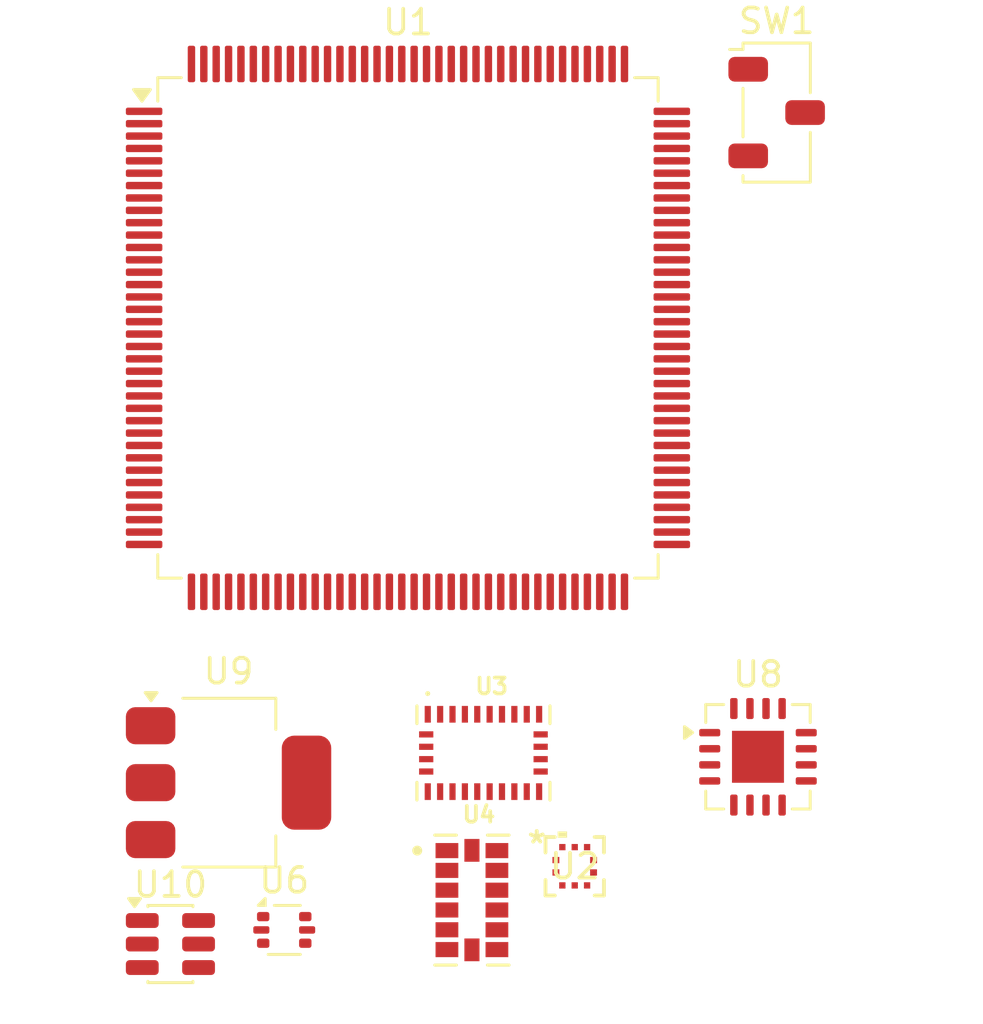
<source format=kicad_pcb>
(kicad_pcb (version 20241229) (generator "pcbnew") (generator_version "9.0")
  (layers (0 "F.Cu" signal) (2 "B.Cu" signal) (13 "F.Paste" user) (15 "B.Paste" user) (5 "F.SilkS" user "F.Silkscreen") (7 "B.SilkS" user "B.Silkscreen") (1 "F.Mask" user) (3 "B.Mask" user) (25 "Edge.Cuts" user))
  (net 0 "")
  (net 2 "VCC")
  (net 3 "/MCU/BOOT0")
  (net 4 "+3V3")
  (net 15 "/MCU/VFBSMPS")
  (net 17 "GND")
  (net 19 "/MCU/BMP.INT")
  (net 35 "Net-(U1A-VREF+)")
  (net 47 "/MCU/RESET")
  (net 48 "/MCU/BMP.SCK")
  (net 56 "/MCU/VLX")
  (net 72 "/MCU/USART1_TX")
  (net 78 "+3.3VA")
  (net 84 "/MCU/USART1_RX")
  (net 93 "/MCU/BMP.SDA")
  (net 159 "/Power/USB_DN")
  (net 160 "/Power/FTDI_USB_DN")
  (net 161 "/Power/FTDI_USB_DP")
  (net 162 "/Power/P_VBUS")
  (net 163 "/Power/USB_DP")
  (net 164 "/USB to UART/VCCIO")
  (net 165 "+5V")
  (net 172 "/Power/USB_3V3")
  (footprint "bmp581:QFN10_BMP581_BOS" (layer "F.Cu") (at 152.6443 103.398001)
    (property "Reference" "U2" (at 0 0 0) (layer "F.SilkS"))
    (property "Value" "BMP581")
    (fp_line (start -1.1811 -1.1811) (end -1.1811 -0.555042) (stroke (width 0.1524)) (layer "F.SilkS"))
    (fp_line (start -1.1811 0.555042) (end -1.1811 1.1811) (stroke (width 0.1524)) (layer "F.SilkS"))
    (fp_line (start -1.1811 1.1811) (end -0.805041 1.1811) (stroke (width 0.1524)) (layer "F.SilkS"))
    (fp_line (start -0.805041 -1.1811) (end -1.1811 -1.1811) (stroke (width 0.1524)) (layer "F.SilkS"))
    (fp_line (start 0.805041 1.1811) (end 1.1811 1.1811) (stroke (width 0.1524)) (layer "F.SilkS"))
    (fp_line (start 1.1811 -1.1811) (end 0.805041 -1.1811) (stroke (width 0.1524)) (layer "F.SilkS"))
    (fp_line (start 1.1811 -0.555042) (end 1.1811 -1.1811) (stroke (width 0.1524)) (layer "F.SilkS"))
    (fp_line (start 1.1811 1.1811) (end 1.1811 0.555042) (stroke (width 0.1524)) (layer "F.SilkS"))
    (fp_poly (pts (xy -0.690499 -1.154001) (xy -0.690499 -1.408001) (xy -0.309499 -1.408001) (xy -0.309499 -1.154001)) (fill yes) (layer "F.SilkS"))
    (fp_text user "*" (at -1.535 -0.881 0) (layer "F.SilkS"))
    (fp_text user "*" (at -1.535 -0.881 0) (layer "F.SilkS"))
    (pad "1" smd rect (at -0.760301 -0.25 90) (size 0.254 0.2794) (layers "F.Cu" "F.Mask" "F.Paste"))
    (pad "2" smd rect (at -0.760301 0.25 90) (size 0.254 0.2794) (layers "F.Cu" "F.Mask" "F.Paste"))
    (pad "3" smd rect (at -0.499999 0.773001) (size 0.254 0.254) (layers "F.Cu" "F.Mask" "F.Paste"))
    (pad "4" smd rect (at 0 0.773001) (size 0.254 0.254) (layers "F.Cu" "F.Mask" "F.Paste"))
    (pad "5" smd rect (at 0.499999 0.773001) (size 0.254 0.254) (layers "F.Cu" "F.Mask" "F.Paste"))
    (pad "6" smd rect (at 0.760301 0.25 90) (size 0.254 0.2794) (layers "F.Cu" "F.Mask" "F.Paste"))
    (pad "7" smd rect (at 0.760301 -0.25 90) (size 0.254 0.2794) (layers "F.Cu" "F.Mask" "F.Paste"))
    (pad "8" smd rect (at 0.499999 -0.773001) (size 0.254 0.254) (layers "F.Cu" "F.Mask" "F.Paste"))
    (pad "9" smd rect (at 0 -0.773001) (size 0.254 0.254) (layers "F.Cu" "F.Mask" "F.Paste"))
    (pad "10" smd rect (at -0.499999 -0.773001) (size 0.254 0.254) (layers "F.Cu" "F.Mask" "F.Paste"))
  )
  (footprint "Package_QFP:LQFP-144_20x20mm_P0.5mm" (layer "F.Cu") (at 145.905 81.645)
    (property "Reference" "U1" (at 0 -12.35 0) (layer "F.SilkS"))
    (property "Value" "STM32H755ZIT6")
    (fp_line (start -10.11 -10.11) (end -9.16 -10.11) (stroke (width 0.12)) (layer "F.SilkS"))
    (fp_line (start -10.11 -9.16) (end -10.11 -10.11) (stroke (width 0.12)) (layer "F.SilkS"))
    (fp_line (start -10.11 10.11) (end -10.11 9.16) (stroke (width 0.12)) (layer "F.SilkS"))
    (fp_line (start -9.16 10.11) (end -10.11 10.11) (stroke (width 0.12)) (layer "F.SilkS"))
    (fp_line (start 9.16 -10.11) (end 10.11 -10.11) (stroke (width 0.12)) (layer "F.SilkS"))
    (fp_line (start 10.11 -10.11) (end 10.11 -9.16) (stroke (width 0.12)) (layer "F.SilkS"))
    (fp_line (start 10.11 9.16) (end 10.11 10.11) (stroke (width 0.12)) (layer "F.SilkS"))
    (fp_line (start 10.11 10.11) (end 9.16 10.11) (stroke (width 0.12)) (layer "F.SilkS"))
    (fp_poly (pts (xy -10.75 -9.16) (xy -11.09 -9.63) (xy -10.41 -9.63)) (stroke (width 0.12)) (fill yes) (layer "F.SilkS"))
    (pad "1" smd roundrect (at -10.6625 -8.75) (size 1.475 0.3) (layers "F.Cu" "F.Mask" "F.Paste"))
    (pad "2" smd roundrect (at -10.6625 -8.25) (size 1.475 0.3) (layers "F.Cu" "F.Mask" "F.Paste"))
    (pad "3" smd roundrect (at -10.6625 -7.75) (size 1.475 0.3) (layers "F.Cu" "F.Mask" "F.Paste"))
    (pad "4" smd roundrect (at -10.6625 -7.25) (size 1.475 0.3) (layers "F.Cu" "F.Mask" "F.Paste"))
    (pad "5" smd roundrect (at -10.6625 -6.75) (size 1.475 0.3) (layers "F.Cu" "F.Mask" "F.Paste"))
    (pad "6" smd roundrect (at -10.6625 -6.25) (size 1.475 0.3) (layers "F.Cu" "F.Mask" "F.Paste") (net 17 "GND"))
    (pad "7" smd roundrect (at -10.6625 -5.75) (size 1.475 0.3) (layers "F.Cu" "F.Mask" "F.Paste") (net 4 "+3V3"))
    (pad "8" smd roundrect (at -10.6625 -5.25) (size 1.475 0.3) (layers "F.Cu" "F.Mask" "F.Paste") (net 4 "+3V3"))
    (pad "9" smd roundrect (at -10.6625 -4.75) (size 1.475 0.3) (layers "F.Cu" "F.Mask" "F.Paste"))
    (pad "10" smd roundrect (at -10.6625 -4.25) (size 1.475 0.3) (layers "F.Cu" "F.Mask" "F.Paste"))
    (pad "11" smd roundrect (at -10.6625 -3.75) (size 1.475 0.3) (layers "F.Cu" "F.Mask" "F.Paste"))
    (pad "12" smd roundrect (at -10.6625 -3.25) (size 1.475 0.3) (layers "F.Cu" "F.Mask" "F.Paste") (net 17 "GND"))
    (pad "13" smd roundrect (at -10.6625 -2.75) (size 1.475 0.3) (layers "F.Cu" "F.Mask" "F.Paste") (net 4 "+3V3"))
    (pad "14" smd roundrect (at -10.6625 -2.25) (size 1.475 0.3) (layers "F.Cu" "F.Mask" "F.Paste") (net 17 "GND"))
    (pad "15" smd roundrect (at -10.6625 -1.75) (size 1.475 0.3) (layers "F.Cu" "F.Mask" "F.Paste") (net 56 "/MCU/VLX"))
    (pad "16" smd roundrect (at -10.6625 -1.25) (size 1.475 0.3) (layers "F.Cu" "F.Mask" "F.Paste") (net 4 "+3V3"))
    (pad "17" smd roundrect (at -10.6625 -0.75) (size 1.475 0.3) (layers "F.Cu" "F.Mask" "F.Paste") (net 15 "/MCU/VFBSMPS"))
    (pad "18" smd roundrect (at -10.6625 -0.25) (size 1.475 0.3) (layers "F.Cu" "F.Mask" "F.Paste") (net 17 "GND"))
    (pad "19" smd roundrect (at -10.6625 0.25) (size 1.475 0.3) (layers "F.Cu" "F.Mask" "F.Paste") (net 4 "+3V3"))
    (pad "20" smd roundrect (at -10.6625 0.75) (size 1.475 0.3) (layers "F.Cu" "F.Mask" "F.Paste"))
    (pad "21" smd roundrect (at -10.6625 1.25) (size 1.475 0.3) (layers "F.Cu" "F.Mask" "F.Paste"))
    (pad "22" smd roundrect (at -10.6625 1.75) (size 1.475 0.3) (layers "F.Cu" "F.Mask" "F.Paste"))
    (pad "23" smd roundrect (at -10.6625 2.25) (size 1.475 0.3) (layers "F.Cu" "F.Mask" "F.Paste"))
    (pad "24" smd roundrect (at -10.6625 2.75) (size 1.475 0.3) (layers "F.Cu" "F.Mask" "F.Paste"))
    (pad "25" smd roundrect (at -10.6625 3.25) (size 1.475 0.3) (layers "F.Cu" "F.Mask" "F.Paste"))
    (pad "26" smd roundrect (at -10.6625 3.75) (size 1.475 0.3) (layers "F.Cu" "F.Mask" "F.Paste"))
    (pad "27" smd roundrect (at -10.6625 4.25) (size 1.475 0.3) (layers "F.Cu" "F.Mask" "F.Paste") (net 47 "/MCU/RESET"))
    (pad "28" smd roundrect (at -10.6625 4.75) (size 1.475 0.3) (layers "F.Cu" "F.Mask" "F.Paste"))
    (pad "29" smd roundrect (at -10.6625 5.25) (size 1.475 0.3) (layers "F.Cu" "F.Mask" "F.Paste"))
    (pad "30" smd roundrect (at -10.6625 5.75) (size 1.475 0.3) (layers "F.Cu" "F.Mask" "F.Paste"))
    (pad "31" smd roundrect (at -10.6625 6.25) (size 1.475 0.3) (layers "F.Cu" "F.Mask" "F.Paste"))
    (pad "32" smd roundrect (at -10.6625 6.75) (size 1.475 0.3) (layers "F.Cu" "F.Mask" "F.Paste") (net 4 "+3V3"))
    (pad "33" smd roundrect (at -10.6625 7.25) (size 1.475 0.3) (layers "F.Cu" "F.Mask" "F.Paste") (net 17 "GND"))
    (pad "34" smd roundrect (at -10.6625 7.75) (size 1.475 0.3) (layers "F.Cu" "F.Mask" "F.Paste") (net 17 "GND"))
    (pad "35" smd roundrect (at -10.6625 8.25) (size 1.475 0.3) (layers "F.Cu" "F.Mask" "F.Paste") (net 35 "Net-(U1A-VREF+)"))
    (pad "36" smd roundrect (at -10.6625 8.75) (size 1.475 0.3) (layers "F.Cu" "F.Mask" "F.Paste") (net 78 "+3.3VA"))
    (pad "37" smd roundrect (at -8.75 10.6625) (size 0.3 1.475) (layers "F.Cu" "F.Mask" "F.Paste"))
    (pad "38" smd roundrect (at -8.25 10.6625) (size 0.3 1.475) (layers "F.Cu" "F.Mask" "F.Paste"))
    (pad "39" smd roundrect (at -7.75 10.6625) (size 0.3 1.475) (layers "F.Cu" "F.Mask" "F.Paste"))
    (pad "40" smd roundrect (at -7.25 10.6625) (size 0.3 1.475) (layers "F.Cu" "F.Mask" "F.Paste"))
    (pad "41" smd roundrect (at -6.75 10.6625) (size 0.3 1.475) (layers "F.Cu" "F.Mask" "F.Paste") (net 17 "GND"))
    (pad "42" smd roundrect (at -6.25 10.6625) (size 0.3 1.475) (layers "F.Cu" "F.Mask" "F.Paste") (net 4 "+3V3"))
    (pad "43" smd roundrect (at -5.75 10.6625) (size 0.3 1.475) (layers "F.Cu" "F.Mask" "F.Paste"))
    (pad "44" smd roundrect (at -5.25 10.6625) (size 0.3 1.475) (layers "F.Cu" "F.Mask" "F.Paste"))
    (pad "45" smd roundrect (at -4.75 10.6625) (size 0.3 1.475) (layers "F.Cu" "F.Mask" "F.Paste"))
    (pad "46" smd roundrect (at -4.25 10.6625) (size 0.3 1.475) (layers "F.Cu" "F.Mask" "F.Paste"))
    (pad "47" smd roundrect (at -3.75 10.6625) (size 0.3 1.475) (layers "F.Cu" "F.Mask" "F.Paste"))
    (pad "48" smd roundrect (at -3.25 10.6625) (size 0.3 1.475) (layers "F.Cu" "F.Mask" "F.Paste"))
    (pad "49" smd roundrect (at -2.75 10.6625) (size 0.3 1.475) (layers "F.Cu" "F.Mask" "F.Paste"))
    (pad "50" smd roundrect (at -2.25 10.6625) (size 0.3 1.475) (layers "F.Cu" "F.Mask" "F.Paste"))
    (pad "51" smd roundrect (at -1.75 10.6625) (size 0.3 1.475) (layers "F.Cu" "F.Mask" "F.Paste"))
    (pad "52" smd roundrect (at -1.25 10.6625) (size 0.3 1.475) (layers "F.Cu" "F.Mask" "F.Paste") (net 19 "/MCU/BMP.INT"))
    (pad "53" smd roundrect (at -0.75 10.6625) (size 0.3 1.475) (layers "F.Cu" "F.Mask" "F.Paste") (net 48 "/MCU/BMP.SCK"))
    (pad "54" smd roundrect (at -0.25 10.6625) (size 0.3 1.475) (layers "F.Cu" "F.Mask" "F.Paste") (net 93 "/MCU/BMP.SDA"))
    (pad "55" smd roundrect (at 0.25 10.6625) (size 0.3 1.475) (layers "F.Cu" "F.Mask" "F.Paste") (net 17 "GND"))
    (pad "56" smd roundrect (at 0.75 10.6625) (size 0.3 1.475) (layers "F.Cu" "F.Mask" "F.Paste") (net 4 "+3V3"))
    (pad "57" smd roundrect (at 1.25 10.6625) (size 0.3 1.475) (layers "F.Cu" "F.Mask" "F.Paste"))
    (pad "58" smd roundrect (at 1.75 10.6625) (size 0.3 1.475) (layers "F.Cu" "F.Mask" "F.Paste"))
    (pad "59" smd roundrect (at 2.25 10.6625) (size 0.3 1.475) (layers "F.Cu" "F.Mask" "F.Paste"))
    (pad "60" smd roundrect (at 2.75 10.6625) (size 0.3 1.475) (layers "F.Cu" "F.Mask" "F.Paste"))
    (pad "61" smd roundrect (at 3.25 10.6625) (size 0.3 1.475) (layers "F.Cu" "F.Mask" "F.Paste"))
    (pad "62" smd roundrect (at 3.75 10.6625) (size 0.3 1.475) (layers "F.Cu" "F.Mask" "F.Paste"))
    (pad "63" smd roundrect (at 4.25 10.6625) (size 0.3 1.475) (layers "F.Cu" "F.Mask" "F.Paste"))
    (pad "64" smd roundrect (at 4.75 10.6625) (size 0.3 1.475) (layers "F.Cu" "F.Mask" "F.Paste"))
    (pad "65" smd roundrect (at 5.25 10.6625) (size 0.3 1.475) (layers "F.Cu" "F.Mask" "F.Paste"))
    (pad "66" smd roundrect (at 5.75 10.6625) (size 0.3 1.475) (layers "F.Cu" "F.Mask" "F.Paste"))
    (pad "67" smd roundrect (at 6.25 10.6625) (size 0.3 1.475) (layers "F.Cu" "F.Mask" "F.Paste"))
    (pad "68" smd roundrect (at 6.75 10.6625) (size 0.3 1.475) (layers "F.Cu" "F.Mask" "F.Paste") (net 15 "/MCU/VFBSMPS"))
    (pad "69" smd roundrect (at 7.25 10.6625) (size 0.3 1.475) (layers "F.Cu" "F.Mask" "F.Paste") (net 17 "GND"))
    (pad "70" smd roundrect (at 7.75 10.6625) (size 0.3 1.475) (layers "F.Cu" "F.Mask" "F.Paste") (net 4 "+3V3"))
    (pad "71" smd roundrect (at 8.25 10.6625) (size 0.3 1.475) (layers "F.Cu" "F.Mask" "F.Paste") (net 4 "+3V3"))
    (pad "72" smd roundrect (at 8.75 10.6625) (size 0.3 1.475) (layers "F.Cu" "F.Mask" "F.Paste"))
    (pad "73" smd roundrect (at 10.6625 8.75) (size 1.475 0.3) (layers "F.Cu" "F.Mask" "F.Paste"))
    (pad "74" smd roundrect (at 10.6625 8.25) (size 1.475 0.3) (layers "F.Cu" "F.Mask" "F.Paste"))
    (pad "75" smd roundrect (at 10.6625 7.75) (size 1.475 0.3) (layers "F.Cu" "F.Mask" "F.Paste"))
    (pad "76" smd roundrect (at 10.6625 7.25) (size 1.475 0.3) (layers "F.Cu" "F.Mask" "F.Paste"))
    (pad "77" smd roundrect (at 10.6625 6.75) (size 1.475 0.3) (layers "F.Cu" "F.Mask" "F.Paste"))
    (pad "78" smd roundrect (at 10.6625 6.25) (size 1.475 0.3) (layers "F.Cu" "F.Mask" "F.Paste"))
    (pad "79" smd roundrect (at 10.6625 5.75) (size 1.475 0.3) (layers "F.Cu" "F.Mask" "F.Paste") (net 4 "+3V3"))
    (pad "80" smd roundrect (at 10.6625 5.25) (size 1.475 0.3) (layers "F.Cu" "F.Mask" "F.Paste") (net 17 "GND"))
    (pad "81" smd roundrect (at 10.6625 4.75) (size 1.475 0.3) (layers "F.Cu" "F.Mask" "F.Paste"))
    (pad "82" smd roundrect (at 10.6625 4.25) (size 1.475 0.3) (layers "F.Cu" "F.Mask" "F.Paste"))
    (pad "83" smd roundrect (at 10.6625 3.75) (size 1.475 0.3) (layers "F.Cu" "F.Mask" "F.Paste"))
    (pad "84" smd roundrect (at 10.6625 3.25) (size 1.475 0.3) (layers "F.Cu" "F.Mask" "F.Paste"))
    (pad "85" smd roundrect (at 10.6625 2.75) (size 1.475 0.3) (layers "F.Cu" "F.Mask" "F.Paste"))
    (pad "86" smd roundrect (at 10.6625 2.25) (size 1.475 0.3) (layers "F.Cu" "F.Mask" "F.Paste"))
    (pad "87" smd roundrect (at 10.6625 1.75) (size 1.475 0.3) (layers "F.Cu" "F.Mask" "F.Paste"))
    (pad "88" smd roundrect (at 10.6625 1.25) (size 1.475 0.3) (layers "F.Cu" "F.Mask" "F.Paste"))
    (pad "89" smd roundrect (at 10.6625 0.75) (size 1.475 0.3) (layers "F.Cu" "F.Mask" "F.Paste") (net 17 "GND"))
    (pad "90" smd roundrect (at 10.6625 0.25) (size 1.475 0.3) (layers "F.Cu" "F.Mask" "F.Paste") (net 4 "+3V3"))
    (pad "91" smd roundrect (at 10.6625 -0.25) (size 1.475 0.3) (layers "F.Cu" "F.Mask" "F.Paste") (net 4 "+3V3"))
    (pad "92" smd roundrect (at 10.6625 -0.75) (size 1.475 0.3) (layers "F.Cu" "F.Mask" "F.Paste") (net 4 "+3V3"))
    (pad "93" smd roundrect (at 10.6625 -1.25) (size 1.475 0.3) (layers "F.Cu" "F.Mask" "F.Paste"))
    (pad "94" smd roundrect (at 10.6625 -1.75) (size 1.475 0.3) (layers "F.Cu" "F.Mask" "F.Paste"))
    (pad "95" smd roundrect (at 10.6625 -2.25) (size 1.475 0.3) (layers "F.Cu" "F.Mask" "F.Paste"))
    (pad "96" smd roundrect (at 10.6625 -2.75) (size 1.475 0.3) (layers "F.Cu" "F.Mask" "F.Paste"))
    (pad "97" smd roundrect (at 10.6625 -3.25) (size 1.475 0.3) (layers "F.Cu" "F.Mask" "F.Paste"))
    (pad "98" smd roundrect (at 10.6625 -3.75) (size 1.475 0.3) (layers "F.Cu" "F.Mask" "F.Paste") (net 72 "/MCU/USART1_TX"))
    (pad "99" smd roundrect (at 10.6625 -4.25) (size 1.475 0.3) (layers "F.Cu" "F.Mask" "F.Paste") (net 84 "/MCU/USART1_RX"))
    (pad "100" smd roundrect (at 10.6625 -4.75) (size 1.475 0.3) (layers "F.Cu" "F.Mask" "F.Paste"))
    (pad "101" smd roundrect (at 10.6625 -5.25) (size 1.475 0.3) (layers "F.Cu" "F.Mask" "F.Paste"))
    (pad "102" smd roundrect (at 10.6625 -5.75) (size 1.475 0.3) (layers "F.Cu" "F.Mask" "F.Paste"))
    (pad "103" smd roundrect (at 10.6625 -6.25) (size 1.475 0.3) (layers "F.Cu" "F.Mask" "F.Paste") (net 15 "/MCU/VFBSMPS"))
    (pad "104" smd roundrect (at 10.6625 -6.75) (size 1.475 0.3) (layers "F.Cu" "F.Mask" "F.Paste") (net 17 "GND"))
    (pad "105" smd roundrect (at 10.6625 -7.25) (size 1.475 0.3) (layers "F.Cu" "F.Mask" "F.Paste") (net 4 "+3V3"))
    (pad "106" smd roundrect (at 10.6625 -7.75) (size 1.475 0.3) (layers "F.Cu" "F.Mask" "F.Paste") (net 4 "+3V3"))
    (pad "107" smd roundrect (at 10.6625 -8.25) (size 1.475 0.3) (layers "F.Cu" "F.Mask" "F.Paste"))
    (pad "108" smd roundrect (at 10.6625 -8.75) (size 1.475 0.3) (layers "F.Cu" "F.Mask" "F.Paste"))
    (pad "109" smd roundrect (at 8.75 -10.6625) (size 0.3 1.475) (layers "F.Cu" "F.Mask" "F.Paste"))
    (pad "110" smd roundrect (at 8.25 -10.6625) (size 0.3 1.475) (layers "F.Cu" "F.Mask" "F.Paste"))
    (pad "111" smd roundrect (at 7.75 -10.6625) (size 0.3 1.475) (layers "F.Cu" "F.Mask" "F.Paste"))
    (pad "112" smd roundrect (at 7.25 -10.6625) (size 0.3 1.475) (layers "F.Cu" "F.Mask" "F.Paste"))
    (pad "113" smd roundrect (at 6.75 -10.6625) (size 0.3 1.475) (layers "F.Cu" "F.Mask" "F.Paste"))
    (pad "114" smd roundrect (at 6.25 -10.6625) (size 0.3 1.475) (layers "F.Cu" "F.Mask" "F.Paste"))
    (pad "115" smd roundrect (at 5.75 -10.6625) (size 0.3 1.475) (layers "F.Cu" "F.Mask" "F.Paste"))
    (pad "116" smd roundrect (at 5.25 -10.6625) (size 0.3 1.475) (layers "F.Cu" "F.Mask" "F.Paste"))
    (pad "117" smd roundrect (at 4.75 -10.6625) (size 0.3 1.475) (layers "F.Cu" "F.Mask" "F.Paste"))
    (pad "118" smd roundrect (at 4.25 -10.6625) (size 0.3 1.475) (layers "F.Cu" "F.Mask" "F.Paste") (net 17 "GND"))
    (pad "119" smd roundrect (at 3.75 -10.6625) (size 0.3 1.475) (layers "F.Cu" "F.Mask" "F.Paste") (net 4 "+3V3"))
    (pad "120" smd roundrect (at 3.25 -10.6625) (size 0.3 1.475) (layers "F.Cu" "F.Mask" "F.Paste"))
    (pad "121" smd roundrect (at 2.75 -10.6625) (size 0.3 1.475) (layers "F.Cu" "F.Mask" "F.Paste"))
    (pad "122" smd roundrect (at 2.25 -10.6625) (size 0.3 1.475) (layers "F.Cu" "F.Mask" "F.Paste"))
    (pad "123" smd roundrect (at 1.75 -10.6625) (size 0.3 1.475) (layers "F.Cu" "F.Mask" "F.Paste"))
    (pad "124" smd roundrect (at 1.25 -10.6625) (size 0.3 1.475) (layers "F.Cu" "F.Mask" "F.Paste"))
    (pad "125" smd roundrect (at 0.75 -10.6625) (size 0.3 1.475) (layers "F.Cu" "F.Mask" "F.Paste"))
    (pad "126" smd roundrect (at 0.25 -10.6625) (size 0.3 1.475) (layers "F.Cu" "F.Mask" "F.Paste"))
    (pad "127" smd roundrect (at -0.25 -10.6625) (size 0.3 1.475) (layers "F.Cu" "F.Mask" "F.Paste"))
    (pad "128" smd roundrect (at -0.75 -10.6625) (size 0.3 1.475) (layers "F.Cu" "F.Mask" "F.Paste") (net 17 "GND"))
    (pad "129" smd roundrect (at -1.25 -10.6625) (size 0.3 1.475) (layers "F.Cu" "F.Mask" "F.Paste") (net 4 "+3V3"))
    (pad "130" smd roundrect (at -1.75 -10.6625) (size 0.3 1.475) (layers "F.Cu" "F.Mask" "F.Paste"))
    (pad "131" smd roundrect (at -2.25 -10.6625) (size 0.3 1.475) (layers "F.Cu" "F.Mask" "F.Paste"))
    (pad "132" smd roundrect (at -2.75 -10.6625) (size 0.3 1.475) (layers "F.Cu" "F.Mask" "F.Paste"))
    (pad "133" smd roundrect (at -3.25 -10.6625) (size 0.3 1.475) (layers "F.Cu" "F.Mask" "F.Paste"))
    (pad "134" smd roundrect (at -3.75 -10.6625) (size 0.3 1.475) (layers "F.Cu" "F.Mask" "F.Paste"))
    (pad "135" smd roundrect (at -4.25 -10.6625) (size 0.3 1.475) (layers "F.Cu" "F.Mask" "F.Paste") (net 3 "/MCU/BOOT0"))
    (pad "136" smd roundrect (at -4.75 -10.6625) (size 0.3 1.475) (layers "F.Cu" "F.Mask" "F.Paste"))
    (pad "137" smd roundrect (at -5.25 -10.6625) (size 0.3 1.475) (layers "F.Cu" "F.Mask" "F.Paste"))
    (pad "138" smd roundrect (at -5.75 -10.6625) (size 0.3 1.475) (layers "F.Cu" "F.Mask" "F.Paste"))
    (pad "139" smd roundrect (at -6.25 -10.6625) (size 0.3 1.475) (layers "F.Cu" "F.Mask" "F.Paste"))
    (pad "140" smd roundrect (at -6.75 -10.6625) (size 0.3 1.475) (layers "F.Cu" "F.Mask" "F.Paste") (net 15 "/MCU/VFBSMPS"))
    (pad "141" smd roundrect (at -7.25 -10.6625) (size 0.3 1.475) (layers "F.Cu" "F.Mask" "F.Paste") (net 17 "GND"))
    (pad "142" smd roundrect (at -7.75 -10.6625) (size 0.3 1.475) (layers "F.Cu" "F.Mask" "F.Paste") (net 4 "+3V3"))
    (pad "143" smd roundrect (at -8.25 -10.6625) (size 0.3 1.475) (layers "F.Cu" "F.Mask" "F.Paste") (net 4 "+3V3"))
    (pad "144" smd roundrect (at -8.75 -10.6625) (size 0.3 1.475) (layers "F.Cu" "F.Mask" "F.Paste") (net 4 "+3V3"))
  )
  (footprint "BNO085:IC_BNO085" (layer "F.Cu") (at 148.955 98.82)
    (property "Reference" "U3" (at 0.332 -2.6936 0) (layer "F.SilkS") (effects (font (size 0.64 0.64))))
    (property "Value" "BNO085")
    (fp_line (start -2.6885 -1.9) (end -2.6885 -1.1885) (stroke (width 0.127)) (layer "F.SilkS"))
    (fp_line (start -2.6885 1.9) (end -2.6885 1.1885) (stroke (width 0.127)) (layer "F.SilkS"))
    (fp_line (start 2.6885 -1.9) (end 2.6885 -1.1885) (stroke (width 0.127)) (layer "F.SilkS"))
    (fp_line (start 2.6885 1.9) (end 2.6885 1.1885) (stroke (width 0.127)) (layer "F.SilkS"))
    (fp_circle (center -2.25 -2.4) (end -2.2 -2.4) (stroke (width 0.1)) (fill no) (layer "F.SilkS"))
    (pad "1" smd rect (at -2.25 -1.5625) (size 0.25 0.675) (layers "F.Cu" "F.Mask" "F.Paste"))
    (pad "2" smd rect (at -2.3125 -0.75) (size 0.575 0.25) (layers "F.Cu" "F.Mask" "F.Paste"))
    (pad "3" smd rect (at -2.3125 -0.25) (size 0.575 0.25) (layers "F.Cu" "F.Mask" "F.Paste"))
    (pad "4" smd rect (at -2.3125 0.25) (size 0.575 0.25) (layers "F.Cu" "F.Mask" "F.Paste"))
    (pad "5" smd rect (at -2.3125 0.75) (size 0.575 0.25) (layers "F.Cu" "F.Mask" "F.Paste"))
    (pad "6" smd rect (at -2.25 1.5625) (size 0.25 0.675) (layers "F.Cu" "F.Mask" "F.Paste"))
    (pad "7" smd rect (at -1.75 1.5625) (size 0.25 0.675) (layers "F.Cu" "F.Mask" "F.Paste"))
    (pad "8" smd rect (at -1.25 1.5625) (size 0.25 0.675) (layers "F.Cu" "F.Mask" "F.Paste"))
    (pad "9" smd rect (at -0.75 1.5625) (size 0.25 0.675) (layers "F.Cu" "F.Mask" "F.Paste"))
    (pad "10" smd rect (at -0.25 1.5625) (size 0.25 0.675) (layers "F.Cu" "F.Mask" "F.Paste"))
    (pad "11" smd rect (at 0.25 1.5625) (size 0.25 0.675) (layers "F.Cu" "F.Mask" "F.Paste"))
    (pad "12" smd rect (at 0.75 1.5625) (size 0.25 0.675) (layers "F.Cu" "F.Mask" "F.Paste"))
    (pad "13" smd rect (at 1.25 1.5625) (size 0.25 0.675) (layers "F.Cu" "F.Mask" "F.Paste"))
    (pad "14" smd rect (at 1.75 1.5625) (size 0.25 0.675) (layers "F.Cu" "F.Mask" "F.Paste"))
    (pad "15" smd rect (at 2.25 1.5625) (size 0.25 0.675) (layers "F.Cu" "F.Mask" "F.Paste"))
    (pad "16" smd rect (at 2.3125 0.75) (size 0.575 0.25) (layers "F.Cu" "F.Mask" "F.Paste"))
    (pad "17" smd rect (at 2.3125 0.25) (size 0.575 0.25) (layers "F.Cu" "F.Mask" "F.Paste"))
    (pad "18" smd rect (at 2.3125 -0.25) (size 0.575 0.25) (layers "F.Cu" "F.Mask" "F.Paste"))
    (pad "19" smd rect (at 2.3125 -0.75) (size 0.575 0.25) (layers "F.Cu" "F.Mask" "F.Paste"))
    (pad "20" smd rect (at 2.25 -1.5625) (size 0.25 0.675) (layers "F.Cu" "F.Mask" "F.Paste"))
    (pad "21" smd rect (at 1.75 -1.5625) (size 0.25 0.675) (layers "F.Cu" "F.Mask" "F.Paste"))
    (pad "22" smd rect (at 1.25 -1.5625) (size 0.25 0.675) (layers "F.Cu" "F.Mask" "F.Paste"))
    (pad "23" smd rect (at 0.75 -1.5625) (size 0.25 0.675) (layers "F.Cu" "F.Mask" "F.Paste"))
    (pad "24" smd rect (at 0.25 -1.5625) (size 0.25 0.675) (layers "F.Cu" "F.Mask" "F.Paste"))
    (pad "25" smd rect (at -0.25 -1.5625) (size 0.25 0.675) (layers "F.Cu" "F.Mask" "F.Paste"))
    (pad "26" smd rect (at -0.75 -1.5625) (size 0.25 0.675) (layers "F.Cu" "F.Mask" "F.Paste"))
    (pad "27" smd rect (at -1.25 -1.5625) (size 0.25 0.675) (layers "F.Cu" "F.Mask" "F.Paste"))
    (pad "28" smd rect (at -1.75 -1.5625) (size 0.25 0.675) (layers "F.Cu" "F.Mask" "F.Paste"))
  )
  (footprint "Button_Switch_SMD:Nidec_Copal_CAS-120A" (layer "F.Cu") (at 160.805 72.945)
    (property "Reference" "SW1" (at 0 -3.7 0) (layer "F.SilkS"))
    (property "Value" "SW_Nidec_CAS-120A1")
    (fp_line (start -1.36 -2.81) (end 1.36 -2.81) (stroke (width 0.12)) (layer "F.SilkS"))
    (fp_line (start -1.36 -2.55) (end -1.9 -2.55) (stroke (width 0.12)) (layer "F.SilkS"))
    (fp_line (start -1.36 -2.55) (end -1.36 -2.8) (stroke (width 0.12)) (layer "F.SilkS"))
    (fp_line (start -1.36 -0.98) (end -1.36 0.98) (stroke (width 0.12)) (layer "F.SilkS"))
    (fp_line (start -1.36 2.81) (end -1.36 2.55) (stroke (width 0.12)) (layer "F.SilkS"))
    (fp_line (start 1.35 2.81) (end -1.35 2.81) (stroke (width 0.12)) (layer "F.SilkS"))
    (fp_line (start 1.36 -2.81) (end 1.36 -0.8) (stroke (width 0.12)) (layer "F.SilkS"))
    (fp_line (start 1.36 0.8) (end 1.36 2.81) (stroke (width 0.12)) (layer "F.SilkS"))
    (pad "1" smd roundrect (at -1.15 -1.75 270) (size 1 1.6) (layers "F.Cu" "F.Mask" "F.Paste"))
    (pad "2" smd roundrect (at 1.15 0 270) (size 1 1.6) (layers "F.Cu" "F.Mask" "F.Paste") (net 3 "/MCU/BOOT0"))
    (pad "3" smd roundrect (at -1.15 1.75 270) (size 1 1.6) (layers "F.Cu" "F.Mask" "F.Paste") (net 2 "VCC"))
  )
  (footprint "ADXL345BCCZ-RL7:PQFN80P500X300X100-14N" (layer "F.Cu") (at 148.49 104.765)
    (property "Reference" "U4" (at 0.282 -3.4564 0) (layer "F.SilkS") (effects (font (size 0.64 0.64))))
    (property "Value" "ADXL345BCCZ-RL7")
    (fp_line (start -1.5 -2.625) (end -0.63 -2.625) (stroke (width 0.127)) (layer "F.SilkS"))
    (fp_line (start -1.5 2.625) (end -0.63 2.625) (stroke (width 0.127)) (layer "F.SilkS"))
    (fp_line (start 1.5 -2.625) (end 0.63 -2.625) (stroke (width 0.127)) (layer "F.SilkS"))
    (fp_line (start 1.5 2.625) (end 0.63 2.625) (stroke (width 0.127)) (layer "F.SilkS"))
    (fp_circle (center -2.21 -2) (end -2.11 -2) (stroke (width 0.2)) (fill no) (layer "F.SilkS"))
    (pad "1" smd rect (at -1.01 -2) (size 0.92 0.61) (layers "F.Cu" "F.Paste"))
    (pad "2" smd rect (at -1.01 -1.2) (size 0.92 0.61) (layers "F.Cu" "F.Paste") (net 17 "GND"))
    (pad "3" smd rect (at -1.01 -0.4) (size 0.92 0.61) (layers "F.Cu" "F.Paste"))
    (pad "4" smd rect (at -1.01 0.4) (size 0.92 0.61) (layers "F.Cu" "F.Paste") (net 17 "GND"))
    (pad "5" smd rect (at -1.01 1.2) (size 0.92 0.61) (layers "F.Cu" "F.Paste") (net 17 "GND"))
    (pad "6" smd rect (at -1.01 2) (size 0.92 0.61) (layers "F.Cu" "F.Paste"))
    (pad "7" smd rect (at 0 2.01) (size 0.61 0.92) (layers "F.Cu" "F.Paste"))
    (pad "8" smd rect (at 1.01 2) (size 0.92 0.61) (layers "F.Cu" "F.Paste"))
    (pad "9" smd rect (at 1.01 1.2) (size 0.92 0.61) (layers "F.Cu" "F.Paste"))
    (pad "10" smd rect (at 1.01 0.4) (size 0.92 0.61) (layers "F.Cu" "F.Paste"))
    (pad "11" smd rect (at 1.01 -0.4) (size 0.92 0.61) (layers "F.Cu" "F.Paste"))
    (pad "12" smd rect (at 1.01 -1.2) (size 0.92 0.61) (layers "F.Cu" "F.Paste"))
    (pad "13" smd rect (at 1.01 -2) (size 0.92 0.61) (layers "F.Cu" "F.Paste"))
    (pad "14" smd rect (at 0 -2.01) (size 0.61 0.92) (layers "F.Cu" "F.Paste"))
  )
  (footprint "Package_TO_SOT_SMD:SOT-666" (layer "F.Cu") (at 140.905 105.97)
    (property "Reference" "U6" (at 0 -2 0) (layer "F.SilkS"))
    (property "Value" "USBLC6-2P6")
    (fp_line (start 0.65 -0.99) (end -0.4 -0.99) (stroke (width 0.12)) (layer "F.SilkS"))
    (fp_line (start 0.65 0.99) (end -0.65 0.99) (stroke (width 0.12)) (layer "F.SilkS"))
    (fp_poly (pts (xy -0.77 -0.99) (xy -1.05 -0.99) (xy -0.77 -1.27) (xy -0.77 -0.99)) (stroke (width 0.12)) (fill yes) (layer "F.SilkS"))
    (pad "1" smd roundrect (at -0.85 -0.5375) (size 0.5 0.375) (layers "F.Cu" "F.Mask" "F.Paste") (net 159 "/Power/USB_DN"))
    (pad "2" smd roundrect (at -0.925 0) (size 0.65 0.3) (layers "F.Cu" "F.Mask" "F.Paste") (net 17 "GND"))
    (pad "3" smd roundrect (at -0.85 0.5375) (size 0.5 0.375) (layers "F.Cu" "F.Mask" "F.Paste") (net 163 "/Power/USB_DP"))
    (pad "4" smd roundrect (at 0.85 0.5375) (size 0.5 0.375) (layers "F.Cu" "F.Mask" "F.Paste") (net 161 "/Power/FTDI_USB_DP"))
    (pad "5" smd roundrect (at 0.925 0) (size 0.65 0.3) (layers "F.Cu" "F.Mask" "F.Paste") (net 162 "/Power/P_VBUS"))
    (pad "6" smd roundrect (at 0.85 -0.5375) (size 0.5 0.375) (layers "F.Cu" "F.Mask" "F.Paste") (net 160 "/Power/FTDI_USB_DN"))
  )
  (footprint "Package_DFN_QFN:QFN-16-1EP_4x4mm_P0.65mm_EP2.1x2.1mm" (layer "F.Cu") (at 160.05 98.975)
    (property "Reference" "U8" (at 0 -3.33 0) (layer "F.SilkS"))
    (property "Value" "FT230XQ")
    (fp_line (start -2.11 -2.11) (end -1.385 -2.11) (stroke (width 0.12)) (layer "F.SilkS"))
    (fp_line (start -2.11 -1.385) (end -2.11 -2.11) (stroke (width 0.12)) (layer "F.SilkS"))
    (fp_line (start -2.11 2.11) (end -2.11 1.385) (stroke (width 0.12)) (layer "F.SilkS"))
    (fp_line (start -1.385 2.11) (end -2.11 2.11) (stroke (width 0.12)) (layer "F.SilkS"))
    (fp_line (start 1.385 -2.11) (end 2.11 -2.11) (stroke (width 0.12)) (layer "F.SilkS"))
    (fp_line (start 2.11 -2.11) (end 2.11 -1.385) (stroke (width 0.12)) (layer "F.SilkS"))
    (fp_line (start 2.11 1.385) (end 2.11 2.11) (stroke (width 0.12)) (layer "F.SilkS"))
    (fp_line (start 2.11 2.11) (end 1.385 2.11) (stroke (width 0.12)) (layer "F.SilkS"))
    (fp_poly (pts (xy -2.64 -0.98) (xy -2.97 -0.74) (xy -2.97 -1.22)) (stroke (width 0.12)) (fill yes) (layer "F.SilkS"))
    (pad "1" smd roundrect (at -1.95 -0.975) (size 0.85 0.3) (layers "F.Cu" "F.Mask" "F.Paste") (net 164 "/USB to UART/VCCIO"))
    (pad "2" smd roundrect (at -1.95 -0.325) (size 0.85 0.3) (layers "F.Cu" "F.Mask" "F.Paste") (net 72 "/MCU/USART1_TX"))
    (pad "3" smd roundrect (at -1.95 0.325) (size 0.85 0.3) (layers "F.Cu" "F.Mask" "F.Paste") (net 17 "GND"))
    (pad "4" smd roundrect (at -1.95 0.975) (size 0.85 0.3) (layers "F.Cu" "F.Mask" "F.Paste"))
    (pad "5" smd roundrect (at -0.975 1.95) (size 0.3 0.85) (layers "F.Cu" "F.Mask" "F.Paste"))
    (pad "6" smd roundrect (at -0.325 1.95) (size 0.3 0.85) (layers "F.Cu" "F.Mask" "F.Paste") (net 161 "/Power/FTDI_USB_DP"))
    (pad "7" smd roundrect (at 0.325 1.95) (size 0.3 0.85) (layers "F.Cu" "F.Mask" "F.Paste") (net 160 "/Power/FTDI_USB_DN"))
    (pad "8" smd roundrect (at 0.975 1.95) (size 0.3 0.85) (layers "F.Cu" "F.Mask" "F.Paste") (net 164 "/USB to UART/VCCIO"))
    (pad "9" smd roundrect (at 1.95 0.975) (size 0.85 0.3) (layers "F.Cu" "F.Mask" "F.Paste") (net 164 "/USB to UART/VCCIO"))
    (pad "10" smd roundrect (at 1.95 0.325) (size 0.85 0.3) (layers "F.Cu" "F.Mask" "F.Paste") (net 165 "+5V"))
    (pad "11" smd roundrect (at 1.95 -0.325) (size 0.85 0.3) (layers "F.Cu" "F.Mask" "F.Paste"))
    (pad "12" smd roundrect (at 1.95 -0.975) (size 0.85 0.3) (layers "F.Cu" "F.Mask" "F.Paste"))
    (pad "13" smd roundrect (at 0.975 -1.95) (size 0.3 0.85) (layers "F.Cu" "F.Mask" "F.Paste") (net 17 "GND"))
    (pad "14" smd roundrect (at 0.325 -1.95) (size 0.3 0.85) (layers "F.Cu" "F.Mask" "F.Paste"))
    (pad "15" smd roundrect (at -0.325 -1.95) (size 0.3 0.85) (layers "F.Cu" "F.Mask" "F.Paste") (net 84 "/MCU/USART1_RX"))
    (pad "16" smd roundrect (at -0.975 -1.95) (size 0.3 0.85) (layers "F.Cu" "F.Mask" "F.Paste"))
    (pad "17" smd rect (at 0 0) (size 2.1 2.1) (property pad_prop_heatsink) (layers "F.Cu" "F.Mask") (net 17 "GND"))
  )
  (footprint "Package_TO_SOT_SMD:SOT-23-6" (layer "F.Cu") (at 136.305 106.54)
    (property "Reference" "U10" (at 0 -2.4 0) (layer "F.SilkS"))
    (property "Value" "LMR51430XFDDCR")
    (fp_line (start -0.91 -1.56) (end 0.91 -1.56) (stroke (width 0.12)) (layer "F.SilkS"))
    (fp_line (start -0.91 -1.51) (end -0.91 -1.56) (stroke (width 0.12)) (layer "F.SilkS"))
    (fp_line (start -0.91 1.56) (end -0.91 1.51) (stroke (width 0.12)) (layer "F.SilkS"))
    (fp_line (start 0.91 -1.56) (end 0.91 -1.51) (stroke (width 0.12)) (layer "F.SilkS"))
    (fp_line (start 0.91 1.51) (end 0.91 1.56) (stroke (width 0.12)) (layer "F.SilkS"))
    (fp_line (start 0.91 1.56) (end -0.91 1.56) (stroke (width 0.12)) (layer "F.SilkS"))
    (fp_poly (pts (xy -1.45 -1.51) (xy -1.69 -1.84) (xy -1.21 -1.84)) (stroke (width 0.12)) (fill yes) (layer "F.SilkS"))
    (pad "1" smd roundrect (at -1.1375 -0.95) (size 1.325 0.6) (layers "F.Cu" "F.Mask" "F.Paste"))
    (pad "2" smd roundrect (at -1.1375 0) (size 1.325 0.6) (layers "F.Cu" "F.Mask" "F.Paste"))
    (pad "3" smd roundrect (at -1.1375 0.95) (size 1.325 0.6) (layers "F.Cu" "F.Mask" "F.Paste"))
    (pad "4" smd roundrect (at 1.1375 0.95) (size 1.325 0.6) (layers "F.Cu" "F.Mask" "F.Paste"))
    (pad "5" smd roundrect (at 1.1375 0) (size 1.325 0.6) (layers "F.Cu" "F.Mask" "F.Paste"))
    (pad "6" smd roundrect (at 1.1375 -0.95) (size 1.325 0.6) (layers "F.Cu" "F.Mask" "F.Paste"))
  )
  (footprint "Package_TO_SOT_SMD:SOT-223-3_TabPin2" (layer "F.Cu") (at 138.655 100.02)
    (property "Reference" "U9" (at 0 -4.5 0) (layer "F.SilkS"))
    (property "Value" "AMS1117-3.3")
    (fp_line (start -1.85 -3.41) (end 1.91 -3.41) (stroke (width 0.12)) (layer "F.SilkS"))
    (fp_line (start -1.85 3.41) (end 1.91 3.41) (stroke (width 0.12)) (layer "F.SilkS"))
    (fp_line (start 1.91 -3.41) (end 1.91 -2.15) (stroke (width 0.12)) (layer "F.SilkS"))
    (fp_line (start 1.91 3.41) (end 1.91 2.15) (stroke (width 0.12)) (layer "F.SilkS"))
    (fp_poly (pts (xy -3.13 -3.31) (xy -3.37 -3.64) (xy -2.89 -3.64) (xy -3.13 -3.31)) (stroke (width 0.12)) (fill yes) (layer "F.SilkS"))
    (pad "1" smd roundrect (at -3.15 -2.3) (size 2 1.5) (layers "F.Cu" "F.Mask" "F.Paste") (net 17 "GND"))
    (pad "2" smd roundrect (at -3.15 0) (size 2 1.5) (layers "F.Cu" "F.Mask" "F.Paste") (net 172 "/Power/USB_3V3"))
    (pad "2" smd roundrect (at 3.15 0) (size 2 3.8) (layers "F.Cu" "F.Mask" "F.Paste") (net 172 "/Power/USB_3V3"))
    (pad "3" smd roundrect (at -3.15 2.3) (size 2 1.5) (layers "F.Cu" "F.Mask" "F.Paste") (net 162 "/Power/P_VBUS"))
  )
)
</source>
